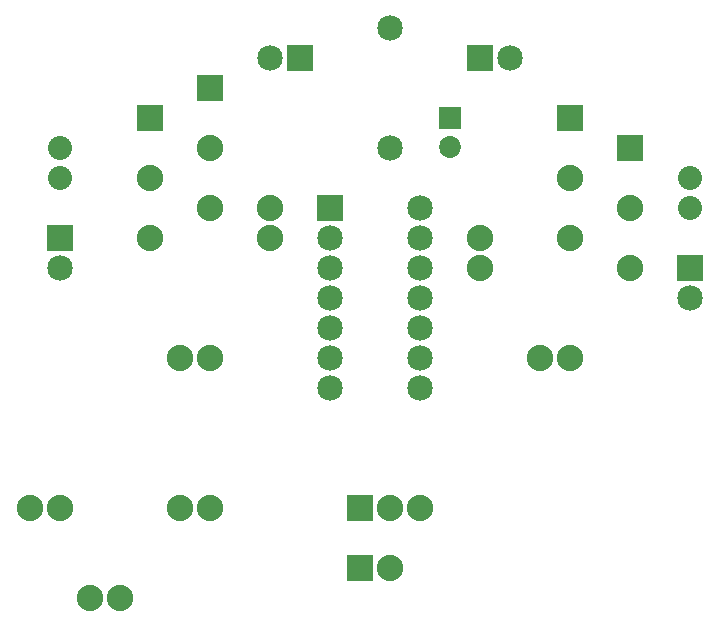
<source format=gts>
G04 MADE WITH FRITZING*
G04 WWW.FRITZING.ORG*
G04 DOUBLE SIDED*
G04 HOLES PLATED*
G04 CONTOUR ON CENTER OF CONTOUR VECTOR*
%ASAXBY*%
%FSLAX23Y23*%
%MOIN*%
%OFA0B0*%
%SFA1.0B1.0*%
%ADD10C,0.085000*%
%ADD11C,0.088000*%
%ADD12C,0.080000*%
%ADD13C,0.072992*%
%ADD14R,0.085000X0.085000*%
%ADD15R,0.088000X0.088000*%
%ADD16R,0.072992X0.072992*%
%LNMASK1*%
G90*
G70*
G54D10*
X1405Y1513D03*
X1705Y1513D03*
X1405Y1413D03*
X1705Y1413D03*
X1405Y1313D03*
X1705Y1313D03*
X1405Y1213D03*
X1705Y1213D03*
X1405Y1113D03*
X1705Y1113D03*
X1405Y1013D03*
X1705Y1013D03*
X1405Y913D03*
X1705Y913D03*
G54D11*
X1505Y313D03*
X1605Y313D03*
X1505Y513D03*
X1605Y513D03*
X1705Y513D03*
X1205Y1513D03*
X1205Y1413D03*
G54D10*
X1905Y2013D03*
X2005Y2013D03*
X1305Y2013D03*
X1205Y2013D03*
G54D12*
X2605Y1613D03*
X2605Y1513D03*
X505Y1713D03*
X505Y1613D03*
G54D10*
X2605Y1313D03*
X2605Y1213D03*
X505Y1413D03*
X505Y1313D03*
G54D11*
X2105Y1013D03*
X2205Y1013D03*
X905Y1013D03*
X1005Y1013D03*
X1905Y1413D03*
X1905Y1313D03*
X405Y513D03*
X505Y513D03*
X605Y213D03*
X705Y213D03*
X905Y513D03*
X1005Y513D03*
G54D10*
X1605Y1713D03*
X1605Y2113D03*
G54D13*
X1805Y1813D03*
X1805Y1715D03*
G54D11*
X2405Y1713D03*
X2405Y1513D03*
X2405Y1313D03*
X805Y1813D03*
X805Y1613D03*
X805Y1413D03*
X1005Y1913D03*
X1005Y1713D03*
X1005Y1513D03*
X2205Y1813D03*
X2205Y1613D03*
X2205Y1413D03*
G54D14*
X1405Y1513D03*
G54D15*
X1505Y313D03*
X1505Y513D03*
G54D14*
X1905Y2013D03*
X1305Y2013D03*
X2605Y1313D03*
X505Y1413D03*
G54D16*
X1805Y1813D03*
G54D15*
X2405Y1713D03*
X805Y1813D03*
X1005Y1913D03*
X2205Y1813D03*
G04 End of Mask1*
M02*
</source>
